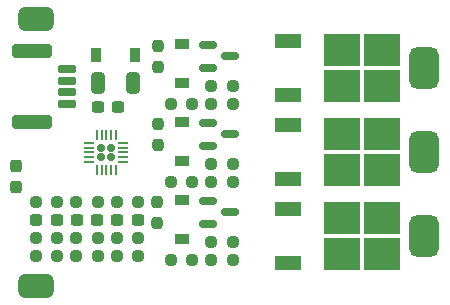
<source format=gbr>
%TF.GenerationSoftware,KiCad,Pcbnew,(6.0.5)*%
%TF.CreationDate,2023-01-29T08:36:09+08:00*%
%TF.ProjectId,Brushless_ESC_STC_V2,42727573-686c-4657-9373-5f4553435f53,rev?*%
%TF.SameCoordinates,Original*%
%TF.FileFunction,Paste,Top*%
%TF.FilePolarity,Positive*%
%FSLAX46Y46*%
G04 Gerber Fmt 4.6, Leading zero omitted, Abs format (unit mm)*
G04 Created by KiCad (PCBNEW (6.0.5)) date 2023-01-29 08:36:09*
%MOMM*%
%LPD*%
G01*
G04 APERTURE LIST*
G04 Aperture macros list*
%AMRoundRect*
0 Rectangle with rounded corners*
0 $1 Rounding radius*
0 $2 $3 $4 $5 $6 $7 $8 $9 X,Y pos of 4 corners*
0 Add a 4 corners polygon primitive as box body*
4,1,4,$2,$3,$4,$5,$6,$7,$8,$9,$2,$3,0*
0 Add four circle primitives for the rounded corners*
1,1,$1+$1,$2,$3*
1,1,$1+$1,$4,$5*
1,1,$1+$1,$6,$7*
1,1,$1+$1,$8,$9*
0 Add four rect primitives between the rounded corners*
20,1,$1+$1,$2,$3,$4,$5,0*
20,1,$1+$1,$4,$5,$6,$7,0*
20,1,$1+$1,$6,$7,$8,$9,0*
20,1,$1+$1,$8,$9,$2,$3,0*%
G04 Aperture macros list end*
%ADD10RoundRect,0.500000X-1.000000X-0.500000X1.000000X-0.500000X1.000000X0.500000X-1.000000X0.500000X0*%
%ADD11RoundRect,0.237500X0.237500X-0.250000X0.237500X0.250000X-0.237500X0.250000X-0.237500X-0.250000X0*%
%ADD12RoundRect,0.237500X-0.300000X-0.237500X0.300000X-0.237500X0.300000X0.237500X-0.300000X0.237500X0*%
%ADD13RoundRect,0.300000X1.390000X-0.300000X1.390000X0.300000X-1.390000X0.300000X-1.390000X-0.300000X0*%
%ADD14RoundRect,0.150000X0.650000X-0.150000X0.650000X0.150000X-0.650000X0.150000X-0.650000X-0.150000X0*%
%ADD15RoundRect,0.237500X0.300000X0.237500X-0.300000X0.237500X-0.300000X-0.237500X0.300000X-0.237500X0*%
%ADD16R,1.200000X0.900000*%
%ADD17RoundRect,0.237500X-0.250000X-0.237500X0.250000X-0.237500X0.250000X0.237500X-0.250000X0.237500X0*%
%ADD18RoundRect,0.150000X-0.587500X-0.150000X0.587500X-0.150000X0.587500X0.150000X-0.587500X0.150000X0*%
%ADD19RoundRect,0.237500X0.250000X0.237500X-0.250000X0.237500X-0.250000X-0.237500X0.250000X-0.237500X0*%
%ADD20RoundRect,0.625000X-0.625000X-1.125000X0.625000X-1.125000X0.625000X1.125000X-0.625000X1.125000X0*%
%ADD21R,3.050000X2.750000*%
%ADD22R,2.200000X1.200000*%
%ADD23R,0.900000X1.200000*%
%ADD24RoundRect,0.237500X0.237500X-0.300000X0.237500X0.300000X-0.237500X0.300000X-0.237500X-0.300000X0*%
%ADD25RoundRect,0.167500X-0.167500X0.167500X-0.167500X-0.167500X0.167500X-0.167500X0.167500X0.167500X0*%
%ADD26RoundRect,0.050000X-0.050000X0.375000X-0.050000X-0.375000X0.050000X-0.375000X0.050000X0.375000X0*%
%ADD27RoundRect,0.050000X-0.375000X0.050000X-0.375000X-0.050000X0.375000X-0.050000X0.375000X0.050000X0*%
%ADD28RoundRect,0.250000X-0.325000X-0.650000X0.325000X-0.650000X0.325000X0.650000X-0.325000X0.650000X0*%
G04 APERTURE END LIST*
D10*
%TO.C,J5*%
X81407000Y-133731000D03*
%TD*%
D11*
%TO.C,R2*%
X91717500Y-121816500D03*
X91717500Y-119991500D03*
%TD*%
D12*
%TO.C,C10*%
X84862500Y-128143000D03*
X86587500Y-128143000D03*
%TD*%
D11*
%TO.C,R1*%
X91717500Y-115212500D03*
X91717500Y-113387500D03*
%TD*%
D13*
%TO.C,J4*%
X81125000Y-113840000D03*
X81125000Y-119840000D03*
D14*
X84085000Y-118340000D03*
X84085000Y-117340000D03*
X84085000Y-116340000D03*
X84085000Y-115340000D03*
%TD*%
D15*
%TO.C,C12*%
X90016500Y-128143000D03*
X88291500Y-128143000D03*
%TD*%
D16*
%TO.C,D2*%
X93749500Y-116585000D03*
X93749500Y-113285000D03*
%TD*%
D17*
%TO.C,R21*%
X81383500Y-126619000D03*
X83208500Y-126619000D03*
%TD*%
%TO.C,R5*%
X96266000Y-123444000D03*
X98091000Y-123444000D03*
%TD*%
D18*
%TO.C,Q2*%
X95987000Y-119954000D03*
X95987000Y-121854000D03*
X97862000Y-120904000D03*
%TD*%
%TO.C,Q3*%
X95987000Y-126558000D03*
X95987000Y-128458000D03*
X97862000Y-127508000D03*
%TD*%
D19*
%TO.C,R10*%
X98091000Y-118364000D03*
X96266000Y-118364000D03*
%TD*%
D20*
%TO.C,J7*%
X114300000Y-115316000D03*
%TD*%
D21*
%TO.C,Q6*%
X110709000Y-120903000D03*
X110709000Y-123953000D03*
X107359000Y-123953000D03*
X107359000Y-120903000D03*
D22*
X102734000Y-120148000D03*
X102734000Y-124708000D03*
%TD*%
D23*
%TO.C,D1*%
X86488000Y-114173000D03*
X89788000Y-114173000D03*
%TD*%
D19*
%TO.C,R13*%
X90066500Y-131191000D03*
X88241500Y-131191000D03*
%TD*%
D15*
%TO.C,C8*%
X83158500Y-128143000D03*
X81433500Y-128143000D03*
%TD*%
D24*
%TO.C,C3*%
X79756000Y-125322500D03*
X79756000Y-123597500D03*
%TD*%
D19*
%TO.C,R18*%
X90066500Y-129667000D03*
X88241500Y-129667000D03*
%TD*%
D17*
%TO.C,R4*%
X96266000Y-116840000D03*
X98091000Y-116840000D03*
%TD*%
D20*
%TO.C,J8*%
X114300000Y-122428000D03*
%TD*%
D25*
%TO.C,U1*%
X87786000Y-122018000D03*
X87786000Y-122838000D03*
X86966000Y-122838000D03*
X86966000Y-122018000D03*
D26*
X88176000Y-120978000D03*
X87776000Y-120978000D03*
X87376000Y-120978000D03*
X86976000Y-120978000D03*
X86576000Y-120978000D03*
D27*
X85926000Y-121628000D03*
X85926000Y-122028000D03*
X85926000Y-122428000D03*
X85926000Y-122828000D03*
X85926000Y-123228000D03*
D26*
X86576000Y-123878000D03*
X86976000Y-123878000D03*
X87376000Y-123878000D03*
X87776000Y-123878000D03*
X88176000Y-123878000D03*
D27*
X88826000Y-123228000D03*
X88826000Y-122828000D03*
X88826000Y-122428000D03*
X88826000Y-122028000D03*
X88826000Y-121628000D03*
%TD*%
D18*
%TO.C,Q1*%
X95987000Y-113350000D03*
X95987000Y-115250000D03*
X97862000Y-114300000D03*
%TD*%
D16*
%TO.C,D3*%
X93749500Y-123189000D03*
X93749500Y-119889000D03*
%TD*%
D19*
%TO.C,R11*%
X98091000Y-124968000D03*
X96266000Y-124968000D03*
%TD*%
D21*
%TO.C,Q8*%
X107359000Y-131065000D03*
X110709000Y-131065000D03*
X110709000Y-128015000D03*
X107359000Y-128015000D03*
D22*
X102734000Y-127260000D03*
X102734000Y-131820000D03*
%TD*%
D11*
%TO.C,R3*%
X91694000Y-128420500D03*
X91694000Y-126595500D03*
%TD*%
D17*
%TO.C,R14*%
X84812500Y-131191000D03*
X86637500Y-131191000D03*
%TD*%
%TO.C,R8*%
X92837000Y-124968000D03*
X94662000Y-124968000D03*
%TD*%
D28*
%TO.C,C1*%
X86663000Y-116586000D03*
X89613000Y-116586000D03*
%TD*%
D19*
%TO.C,R15*%
X83208500Y-131191000D03*
X81383500Y-131191000D03*
%TD*%
D21*
%TO.C,Q4*%
X107359000Y-116841000D03*
X110709000Y-113791000D03*
X110709000Y-116841000D03*
X107359000Y-113791000D03*
D22*
X102734000Y-113036000D03*
X102734000Y-117596000D03*
%TD*%
D17*
%TO.C,R6*%
X96266000Y-130048000D03*
X98091000Y-130048000D03*
%TD*%
D12*
%TO.C,C2*%
X86640500Y-118618000D03*
X88365500Y-118618000D03*
%TD*%
D19*
%TO.C,R12*%
X98067500Y-131572000D03*
X96242500Y-131572000D03*
%TD*%
D16*
%TO.C,D4*%
X93749500Y-129793000D03*
X93749500Y-126493000D03*
%TD*%
D17*
%TO.C,R9*%
X92837000Y-131572000D03*
X94662000Y-131572000D03*
%TD*%
%TO.C,R7*%
X92837000Y-118364000D03*
X94662000Y-118364000D03*
%TD*%
%TO.C,R17*%
X84812500Y-129667000D03*
X86637500Y-129667000D03*
%TD*%
D19*
%TO.C,R20*%
X86637500Y-126619000D03*
X84812500Y-126619000D03*
%TD*%
D20*
%TO.C,J9*%
X114300000Y-129540000D03*
%TD*%
D17*
%TO.C,R19*%
X88241500Y-126619000D03*
X90066500Y-126619000D03*
%TD*%
D10*
%TO.C,J6*%
X81407000Y-111125000D03*
%TD*%
D19*
%TO.C,R16*%
X83208500Y-129667000D03*
X81383500Y-129667000D03*
%TD*%
M02*

</source>
